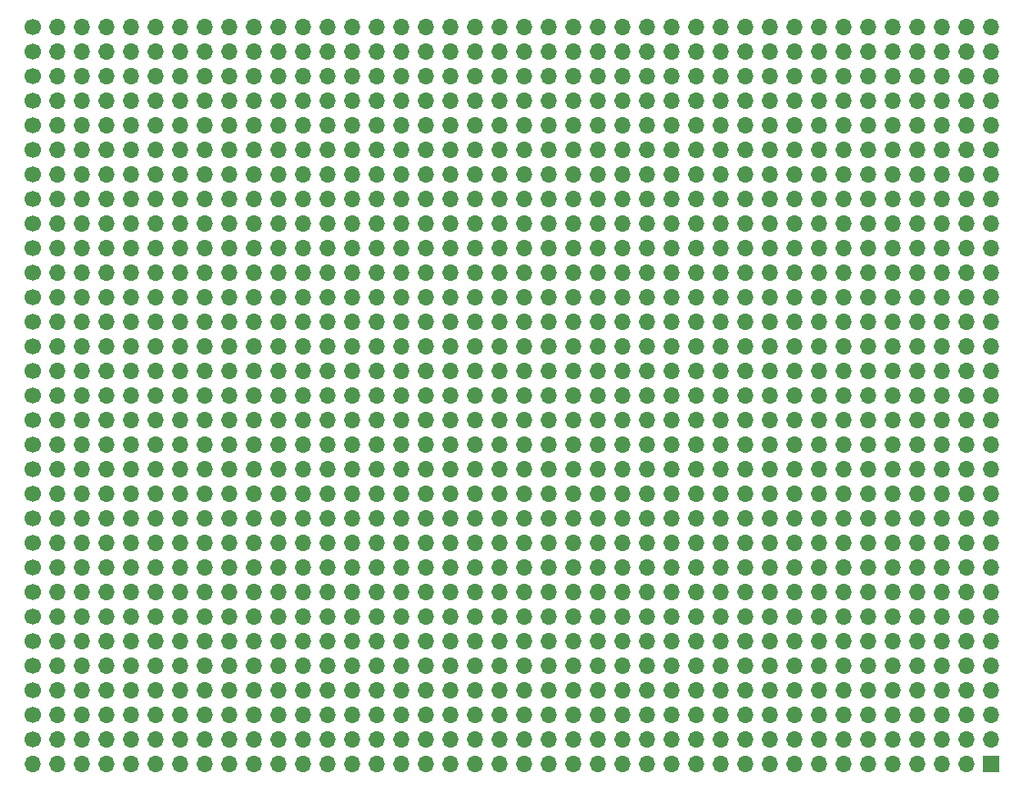
<source format=gbr>
%TF.GenerationSoftware,KiCad,Pcbnew,5.1.9+dfsg1-1*%
%TF.CreationDate,2021-08-13T18:22:45-07:00*%
%TF.ProjectId,Bus2021A_Protoboard,42757332-3032-4314-915f-50726f746f62,rev?*%
%TF.SameCoordinates,Original*%
%TF.FileFunction,Soldermask,Top*%
%TF.FilePolarity,Negative*%
%FSLAX46Y46*%
G04 Gerber Fmt 4.6, Leading zero omitted, Abs format (unit mm)*
G04 Created by KiCad (PCBNEW 5.1.9+dfsg1-1) date 2021-08-13 18:22:45*
%MOMM*%
%LPD*%
G01*
G04 APERTURE LIST*
%ADD10C,1.700000*%
%ADD11O,1.700000X1.700000*%
%ADD12R,1.700000X1.700000*%
G04 APERTURE END LIST*
D10*
%TO.C,REF\u002A\u002A*%
X102870000Y-88900000D03*
D11*
X105410000Y-88900000D03*
X107950000Y-88900000D03*
X110490000Y-88900000D03*
X113030000Y-88900000D03*
X115570000Y-88900000D03*
X118110000Y-88900000D03*
X120650000Y-88900000D03*
X123190000Y-88900000D03*
X125730000Y-88900000D03*
X128270000Y-88900000D03*
X130810000Y-88900000D03*
X133350000Y-88900000D03*
X135890000Y-88900000D03*
X138430000Y-88900000D03*
X140970000Y-88900000D03*
X143510000Y-88900000D03*
X146050000Y-88900000D03*
X148590000Y-88900000D03*
X151130000Y-88900000D03*
X153670000Y-88900000D03*
X156210000Y-88900000D03*
X158750000Y-88900000D03*
X161290000Y-88900000D03*
X163830000Y-88900000D03*
X166370000Y-88900000D03*
X168910000Y-88900000D03*
X171450000Y-88900000D03*
X173990000Y-88900000D03*
X176530000Y-88900000D03*
X179070000Y-88900000D03*
X181610000Y-88900000D03*
X184150000Y-88900000D03*
X186690000Y-88900000D03*
X189230000Y-88900000D03*
X191770000Y-88900000D03*
X194310000Y-88900000D03*
X196850000Y-88900000D03*
X199390000Y-88900000D03*
X201930000Y-88900000D03*
%TD*%
D10*
%TO.C,REF\u002A\u002A*%
X102870000Y-63500000D03*
D11*
X105410000Y-63500000D03*
X107950000Y-63500000D03*
X110490000Y-63500000D03*
X113030000Y-63500000D03*
X115570000Y-63500000D03*
X118110000Y-63500000D03*
X120650000Y-63500000D03*
X123190000Y-63500000D03*
X125730000Y-63500000D03*
X128270000Y-63500000D03*
X130810000Y-63500000D03*
X133350000Y-63500000D03*
X135890000Y-63500000D03*
X138430000Y-63500000D03*
X140970000Y-63500000D03*
X143510000Y-63500000D03*
X146050000Y-63500000D03*
X148590000Y-63500000D03*
X151130000Y-63500000D03*
X153670000Y-63500000D03*
X156210000Y-63500000D03*
X158750000Y-63500000D03*
X161290000Y-63500000D03*
X163830000Y-63500000D03*
X166370000Y-63500000D03*
X168910000Y-63500000D03*
X171450000Y-63500000D03*
X173990000Y-63500000D03*
X176530000Y-63500000D03*
X179070000Y-63500000D03*
X181610000Y-63500000D03*
X184150000Y-63500000D03*
X186690000Y-63500000D03*
X189230000Y-63500000D03*
X191770000Y-63500000D03*
X194310000Y-63500000D03*
X196850000Y-63500000D03*
X199390000Y-63500000D03*
X201930000Y-63500000D03*
%TD*%
D10*
%TO.C,REF\u002A\u002A*%
X102870000Y-76200000D03*
D11*
X105410000Y-76200000D03*
X107950000Y-76200000D03*
X110490000Y-76200000D03*
X113030000Y-76200000D03*
X115570000Y-76200000D03*
X118110000Y-76200000D03*
X120650000Y-76200000D03*
X123190000Y-76200000D03*
X125730000Y-76200000D03*
X128270000Y-76200000D03*
X130810000Y-76200000D03*
X133350000Y-76200000D03*
X135890000Y-76200000D03*
X138430000Y-76200000D03*
X140970000Y-76200000D03*
X143510000Y-76200000D03*
X146050000Y-76200000D03*
X148590000Y-76200000D03*
X151130000Y-76200000D03*
X153670000Y-76200000D03*
X156210000Y-76200000D03*
X158750000Y-76200000D03*
X161290000Y-76200000D03*
X163830000Y-76200000D03*
X166370000Y-76200000D03*
X168910000Y-76200000D03*
X171450000Y-76200000D03*
X173990000Y-76200000D03*
X176530000Y-76200000D03*
X179070000Y-76200000D03*
X181610000Y-76200000D03*
X184150000Y-76200000D03*
X186690000Y-76200000D03*
X189230000Y-76200000D03*
X191770000Y-76200000D03*
X194310000Y-76200000D03*
X196850000Y-76200000D03*
X199390000Y-76200000D03*
X201930000Y-76200000D03*
%TD*%
%TO.C,REF\u002A\u002A*%
X201930000Y-55880000D03*
X199390000Y-55880000D03*
X196850000Y-55880000D03*
X194310000Y-55880000D03*
X191770000Y-55880000D03*
X189230000Y-55880000D03*
X186690000Y-55880000D03*
X184150000Y-55880000D03*
X181610000Y-55880000D03*
X179070000Y-55880000D03*
X176530000Y-55880000D03*
X173990000Y-55880000D03*
X171450000Y-55880000D03*
X168910000Y-55880000D03*
X166370000Y-55880000D03*
X163830000Y-55880000D03*
X161290000Y-55880000D03*
X158750000Y-55880000D03*
X156210000Y-55880000D03*
X153670000Y-55880000D03*
X151130000Y-55880000D03*
X148590000Y-55880000D03*
X146050000Y-55880000D03*
X143510000Y-55880000D03*
X140970000Y-55880000D03*
X138430000Y-55880000D03*
X135890000Y-55880000D03*
X133350000Y-55880000D03*
X130810000Y-55880000D03*
X128270000Y-55880000D03*
X125730000Y-55880000D03*
X123190000Y-55880000D03*
X120650000Y-55880000D03*
X118110000Y-55880000D03*
X115570000Y-55880000D03*
X113030000Y-55880000D03*
X110490000Y-55880000D03*
X107950000Y-55880000D03*
X105410000Y-55880000D03*
D10*
X102870000Y-55880000D03*
%TD*%
%TO.C,REF\u002A\u002A*%
X102870000Y-58420000D03*
D11*
X105410000Y-58420000D03*
X107950000Y-58420000D03*
X110490000Y-58420000D03*
X113030000Y-58420000D03*
X115570000Y-58420000D03*
X118110000Y-58420000D03*
X120650000Y-58420000D03*
X123190000Y-58420000D03*
X125730000Y-58420000D03*
X128270000Y-58420000D03*
X130810000Y-58420000D03*
X133350000Y-58420000D03*
X135890000Y-58420000D03*
X138430000Y-58420000D03*
X140970000Y-58420000D03*
X143510000Y-58420000D03*
X146050000Y-58420000D03*
X148590000Y-58420000D03*
X151130000Y-58420000D03*
X153670000Y-58420000D03*
X156210000Y-58420000D03*
X158750000Y-58420000D03*
X161290000Y-58420000D03*
X163830000Y-58420000D03*
X166370000Y-58420000D03*
X168910000Y-58420000D03*
X171450000Y-58420000D03*
X173990000Y-58420000D03*
X176530000Y-58420000D03*
X179070000Y-58420000D03*
X181610000Y-58420000D03*
X184150000Y-58420000D03*
X186690000Y-58420000D03*
X189230000Y-58420000D03*
X191770000Y-58420000D03*
X194310000Y-58420000D03*
X196850000Y-58420000D03*
X199390000Y-58420000D03*
X201930000Y-58420000D03*
%TD*%
%TO.C,REF\u002A\u002A*%
X201930000Y-86360000D03*
X199390000Y-86360000D03*
X196850000Y-86360000D03*
X194310000Y-86360000D03*
X191770000Y-86360000D03*
X189230000Y-86360000D03*
X186690000Y-86360000D03*
X184150000Y-86360000D03*
X181610000Y-86360000D03*
X179070000Y-86360000D03*
X176530000Y-86360000D03*
X173990000Y-86360000D03*
X171450000Y-86360000D03*
X168910000Y-86360000D03*
X166370000Y-86360000D03*
X163830000Y-86360000D03*
X161290000Y-86360000D03*
X158750000Y-86360000D03*
X156210000Y-86360000D03*
X153670000Y-86360000D03*
X151130000Y-86360000D03*
X148590000Y-86360000D03*
X146050000Y-86360000D03*
X143510000Y-86360000D03*
X140970000Y-86360000D03*
X138430000Y-86360000D03*
X135890000Y-86360000D03*
X133350000Y-86360000D03*
X130810000Y-86360000D03*
X128270000Y-86360000D03*
X125730000Y-86360000D03*
X123190000Y-86360000D03*
X120650000Y-86360000D03*
X118110000Y-86360000D03*
X115570000Y-86360000D03*
X113030000Y-86360000D03*
X110490000Y-86360000D03*
X107950000Y-86360000D03*
X105410000Y-86360000D03*
D10*
X102870000Y-86360000D03*
%TD*%
D11*
%TO.C,REF\u002A\u002A*%
X201930000Y-68580000D03*
X199390000Y-68580000D03*
X196850000Y-68580000D03*
X194310000Y-68580000D03*
X191770000Y-68580000D03*
X189230000Y-68580000D03*
X186690000Y-68580000D03*
X184150000Y-68580000D03*
X181610000Y-68580000D03*
X179070000Y-68580000D03*
X176530000Y-68580000D03*
X173990000Y-68580000D03*
X171450000Y-68580000D03*
X168910000Y-68580000D03*
X166370000Y-68580000D03*
X163830000Y-68580000D03*
X161290000Y-68580000D03*
X158750000Y-68580000D03*
X156210000Y-68580000D03*
X153670000Y-68580000D03*
X151130000Y-68580000D03*
X148590000Y-68580000D03*
X146050000Y-68580000D03*
X143510000Y-68580000D03*
X140970000Y-68580000D03*
X138430000Y-68580000D03*
X135890000Y-68580000D03*
X133350000Y-68580000D03*
X130810000Y-68580000D03*
X128270000Y-68580000D03*
X125730000Y-68580000D03*
X123190000Y-68580000D03*
X120650000Y-68580000D03*
X118110000Y-68580000D03*
X115570000Y-68580000D03*
X113030000Y-68580000D03*
X110490000Y-68580000D03*
X107950000Y-68580000D03*
X105410000Y-68580000D03*
D10*
X102870000Y-68580000D03*
%TD*%
D11*
%TO.C,REF\u002A\u002A*%
X201930000Y-60960000D03*
X199390000Y-60960000D03*
X196850000Y-60960000D03*
X194310000Y-60960000D03*
X191770000Y-60960000D03*
X189230000Y-60960000D03*
X186690000Y-60960000D03*
X184150000Y-60960000D03*
X181610000Y-60960000D03*
X179070000Y-60960000D03*
X176530000Y-60960000D03*
X173990000Y-60960000D03*
X171450000Y-60960000D03*
X168910000Y-60960000D03*
X166370000Y-60960000D03*
X163830000Y-60960000D03*
X161290000Y-60960000D03*
X158750000Y-60960000D03*
X156210000Y-60960000D03*
X153670000Y-60960000D03*
X151130000Y-60960000D03*
X148590000Y-60960000D03*
X146050000Y-60960000D03*
X143510000Y-60960000D03*
X140970000Y-60960000D03*
X138430000Y-60960000D03*
X135890000Y-60960000D03*
X133350000Y-60960000D03*
X130810000Y-60960000D03*
X128270000Y-60960000D03*
X125730000Y-60960000D03*
X123190000Y-60960000D03*
X120650000Y-60960000D03*
X118110000Y-60960000D03*
X115570000Y-60960000D03*
X113030000Y-60960000D03*
X110490000Y-60960000D03*
X107950000Y-60960000D03*
X105410000Y-60960000D03*
D10*
X102870000Y-60960000D03*
%TD*%
%TO.C,REF\u002A\u002A*%
X102870000Y-73660000D03*
D11*
X105410000Y-73660000D03*
X107950000Y-73660000D03*
X110490000Y-73660000D03*
X113030000Y-73660000D03*
X115570000Y-73660000D03*
X118110000Y-73660000D03*
X120650000Y-73660000D03*
X123190000Y-73660000D03*
X125730000Y-73660000D03*
X128270000Y-73660000D03*
X130810000Y-73660000D03*
X133350000Y-73660000D03*
X135890000Y-73660000D03*
X138430000Y-73660000D03*
X140970000Y-73660000D03*
X143510000Y-73660000D03*
X146050000Y-73660000D03*
X148590000Y-73660000D03*
X151130000Y-73660000D03*
X153670000Y-73660000D03*
X156210000Y-73660000D03*
X158750000Y-73660000D03*
X161290000Y-73660000D03*
X163830000Y-73660000D03*
X166370000Y-73660000D03*
X168910000Y-73660000D03*
X171450000Y-73660000D03*
X173990000Y-73660000D03*
X176530000Y-73660000D03*
X179070000Y-73660000D03*
X181610000Y-73660000D03*
X184150000Y-73660000D03*
X186690000Y-73660000D03*
X189230000Y-73660000D03*
X191770000Y-73660000D03*
X194310000Y-73660000D03*
X196850000Y-73660000D03*
X199390000Y-73660000D03*
X201930000Y-73660000D03*
%TD*%
%TO.C,REF\u002A\u002A*%
X201930000Y-83820000D03*
X199390000Y-83820000D03*
X196850000Y-83820000D03*
X194310000Y-83820000D03*
X191770000Y-83820000D03*
X189230000Y-83820000D03*
X186690000Y-83820000D03*
X184150000Y-83820000D03*
X181610000Y-83820000D03*
X179070000Y-83820000D03*
X176530000Y-83820000D03*
X173990000Y-83820000D03*
X171450000Y-83820000D03*
X168910000Y-83820000D03*
X166370000Y-83820000D03*
X163830000Y-83820000D03*
X161290000Y-83820000D03*
X158750000Y-83820000D03*
X156210000Y-83820000D03*
X153670000Y-83820000D03*
X151130000Y-83820000D03*
X148590000Y-83820000D03*
X146050000Y-83820000D03*
X143510000Y-83820000D03*
X140970000Y-83820000D03*
X138430000Y-83820000D03*
X135890000Y-83820000D03*
X133350000Y-83820000D03*
X130810000Y-83820000D03*
X128270000Y-83820000D03*
X125730000Y-83820000D03*
X123190000Y-83820000D03*
X120650000Y-83820000D03*
X118110000Y-83820000D03*
X115570000Y-83820000D03*
X113030000Y-83820000D03*
X110490000Y-83820000D03*
X107950000Y-83820000D03*
X105410000Y-83820000D03*
D10*
X102870000Y-83820000D03*
%TD*%
%TO.C,REF\u002A\u002A*%
X102870000Y-81280000D03*
D11*
X105410000Y-81280000D03*
X107950000Y-81280000D03*
X110490000Y-81280000D03*
X113030000Y-81280000D03*
X115570000Y-81280000D03*
X118110000Y-81280000D03*
X120650000Y-81280000D03*
X123190000Y-81280000D03*
X125730000Y-81280000D03*
X128270000Y-81280000D03*
X130810000Y-81280000D03*
X133350000Y-81280000D03*
X135890000Y-81280000D03*
X138430000Y-81280000D03*
X140970000Y-81280000D03*
X143510000Y-81280000D03*
X146050000Y-81280000D03*
X148590000Y-81280000D03*
X151130000Y-81280000D03*
X153670000Y-81280000D03*
X156210000Y-81280000D03*
X158750000Y-81280000D03*
X161290000Y-81280000D03*
X163830000Y-81280000D03*
X166370000Y-81280000D03*
X168910000Y-81280000D03*
X171450000Y-81280000D03*
X173990000Y-81280000D03*
X176530000Y-81280000D03*
X179070000Y-81280000D03*
X181610000Y-81280000D03*
X184150000Y-81280000D03*
X186690000Y-81280000D03*
X189230000Y-81280000D03*
X191770000Y-81280000D03*
X194310000Y-81280000D03*
X196850000Y-81280000D03*
X199390000Y-81280000D03*
X201930000Y-81280000D03*
%TD*%
%TO.C,REF\u002A\u002A*%
X201930000Y-71120000D03*
X199390000Y-71120000D03*
X196850000Y-71120000D03*
X194310000Y-71120000D03*
X191770000Y-71120000D03*
X189230000Y-71120000D03*
X186690000Y-71120000D03*
X184150000Y-71120000D03*
X181610000Y-71120000D03*
X179070000Y-71120000D03*
X176530000Y-71120000D03*
X173990000Y-71120000D03*
X171450000Y-71120000D03*
X168910000Y-71120000D03*
X166370000Y-71120000D03*
X163830000Y-71120000D03*
X161290000Y-71120000D03*
X158750000Y-71120000D03*
X156210000Y-71120000D03*
X153670000Y-71120000D03*
X151130000Y-71120000D03*
X148590000Y-71120000D03*
X146050000Y-71120000D03*
X143510000Y-71120000D03*
X140970000Y-71120000D03*
X138430000Y-71120000D03*
X135890000Y-71120000D03*
X133350000Y-71120000D03*
X130810000Y-71120000D03*
X128270000Y-71120000D03*
X125730000Y-71120000D03*
X123190000Y-71120000D03*
X120650000Y-71120000D03*
X118110000Y-71120000D03*
X115570000Y-71120000D03*
X113030000Y-71120000D03*
X110490000Y-71120000D03*
X107950000Y-71120000D03*
X105410000Y-71120000D03*
D10*
X102870000Y-71120000D03*
%TD*%
%TO.C,REF\u002A\u002A*%
X102870000Y-66040000D03*
D11*
X105410000Y-66040000D03*
X107950000Y-66040000D03*
X110490000Y-66040000D03*
X113030000Y-66040000D03*
X115570000Y-66040000D03*
X118110000Y-66040000D03*
X120650000Y-66040000D03*
X123190000Y-66040000D03*
X125730000Y-66040000D03*
X128270000Y-66040000D03*
X130810000Y-66040000D03*
X133350000Y-66040000D03*
X135890000Y-66040000D03*
X138430000Y-66040000D03*
X140970000Y-66040000D03*
X143510000Y-66040000D03*
X146050000Y-66040000D03*
X148590000Y-66040000D03*
X151130000Y-66040000D03*
X153670000Y-66040000D03*
X156210000Y-66040000D03*
X158750000Y-66040000D03*
X161290000Y-66040000D03*
X163830000Y-66040000D03*
X166370000Y-66040000D03*
X168910000Y-66040000D03*
X171450000Y-66040000D03*
X173990000Y-66040000D03*
X176530000Y-66040000D03*
X179070000Y-66040000D03*
X181610000Y-66040000D03*
X184150000Y-66040000D03*
X186690000Y-66040000D03*
X189230000Y-66040000D03*
X191770000Y-66040000D03*
X194310000Y-66040000D03*
X196850000Y-66040000D03*
X199390000Y-66040000D03*
X201930000Y-66040000D03*
%TD*%
%TO.C,REF\u002A\u002A*%
X201930000Y-78740000D03*
X199390000Y-78740000D03*
X196850000Y-78740000D03*
X194310000Y-78740000D03*
X191770000Y-78740000D03*
X189230000Y-78740000D03*
X186690000Y-78740000D03*
X184150000Y-78740000D03*
X181610000Y-78740000D03*
X179070000Y-78740000D03*
X176530000Y-78740000D03*
X173990000Y-78740000D03*
X171450000Y-78740000D03*
X168910000Y-78740000D03*
X166370000Y-78740000D03*
X163830000Y-78740000D03*
X161290000Y-78740000D03*
X158750000Y-78740000D03*
X156210000Y-78740000D03*
X153670000Y-78740000D03*
X151130000Y-78740000D03*
X148590000Y-78740000D03*
X146050000Y-78740000D03*
X143510000Y-78740000D03*
X140970000Y-78740000D03*
X138430000Y-78740000D03*
X135890000Y-78740000D03*
X133350000Y-78740000D03*
X130810000Y-78740000D03*
X128270000Y-78740000D03*
X125730000Y-78740000D03*
X123190000Y-78740000D03*
X120650000Y-78740000D03*
X118110000Y-78740000D03*
X115570000Y-78740000D03*
X113030000Y-78740000D03*
X110490000Y-78740000D03*
X107950000Y-78740000D03*
X105410000Y-78740000D03*
D10*
X102870000Y-78740000D03*
%TD*%
%TO.C,REF\u002A\u002A*%
X102870000Y-109220000D03*
D11*
X105410000Y-109220000D03*
X107950000Y-109220000D03*
X110490000Y-109220000D03*
X113030000Y-109220000D03*
X115570000Y-109220000D03*
X118110000Y-109220000D03*
X120650000Y-109220000D03*
X123190000Y-109220000D03*
X125730000Y-109220000D03*
X128270000Y-109220000D03*
X130810000Y-109220000D03*
X133350000Y-109220000D03*
X135890000Y-109220000D03*
X138430000Y-109220000D03*
X140970000Y-109220000D03*
X143510000Y-109220000D03*
X146050000Y-109220000D03*
X148590000Y-109220000D03*
X151130000Y-109220000D03*
X153670000Y-109220000D03*
X156210000Y-109220000D03*
X158750000Y-109220000D03*
X161290000Y-109220000D03*
X163830000Y-109220000D03*
X166370000Y-109220000D03*
X168910000Y-109220000D03*
X171450000Y-109220000D03*
X173990000Y-109220000D03*
X176530000Y-109220000D03*
X179070000Y-109220000D03*
X181610000Y-109220000D03*
X184150000Y-109220000D03*
X186690000Y-109220000D03*
X189230000Y-109220000D03*
X191770000Y-109220000D03*
X194310000Y-109220000D03*
X196850000Y-109220000D03*
X199390000Y-109220000D03*
X201930000Y-109220000D03*
%TD*%
D10*
%TO.C,REF\u002A\u002A*%
X102870000Y-96520000D03*
D11*
X105410000Y-96520000D03*
X107950000Y-96520000D03*
X110490000Y-96520000D03*
X113030000Y-96520000D03*
X115570000Y-96520000D03*
X118110000Y-96520000D03*
X120650000Y-96520000D03*
X123190000Y-96520000D03*
X125730000Y-96520000D03*
X128270000Y-96520000D03*
X130810000Y-96520000D03*
X133350000Y-96520000D03*
X135890000Y-96520000D03*
X138430000Y-96520000D03*
X140970000Y-96520000D03*
X143510000Y-96520000D03*
X146050000Y-96520000D03*
X148590000Y-96520000D03*
X151130000Y-96520000D03*
X153670000Y-96520000D03*
X156210000Y-96520000D03*
X158750000Y-96520000D03*
X161290000Y-96520000D03*
X163830000Y-96520000D03*
X166370000Y-96520000D03*
X168910000Y-96520000D03*
X171450000Y-96520000D03*
X173990000Y-96520000D03*
X176530000Y-96520000D03*
X179070000Y-96520000D03*
X181610000Y-96520000D03*
X184150000Y-96520000D03*
X186690000Y-96520000D03*
X189230000Y-96520000D03*
X191770000Y-96520000D03*
X194310000Y-96520000D03*
X196850000Y-96520000D03*
X199390000Y-96520000D03*
X201930000Y-96520000D03*
%TD*%
%TO.C,REF\u002A\u002A*%
X201930000Y-106680000D03*
X199390000Y-106680000D03*
X196850000Y-106680000D03*
X194310000Y-106680000D03*
X191770000Y-106680000D03*
X189230000Y-106680000D03*
X186690000Y-106680000D03*
X184150000Y-106680000D03*
X181610000Y-106680000D03*
X179070000Y-106680000D03*
X176530000Y-106680000D03*
X173990000Y-106680000D03*
X171450000Y-106680000D03*
X168910000Y-106680000D03*
X166370000Y-106680000D03*
X163830000Y-106680000D03*
X161290000Y-106680000D03*
X158750000Y-106680000D03*
X156210000Y-106680000D03*
X153670000Y-106680000D03*
X151130000Y-106680000D03*
X148590000Y-106680000D03*
X146050000Y-106680000D03*
X143510000Y-106680000D03*
X140970000Y-106680000D03*
X138430000Y-106680000D03*
X135890000Y-106680000D03*
X133350000Y-106680000D03*
X130810000Y-106680000D03*
X128270000Y-106680000D03*
X125730000Y-106680000D03*
X123190000Y-106680000D03*
X120650000Y-106680000D03*
X118110000Y-106680000D03*
X115570000Y-106680000D03*
X113030000Y-106680000D03*
X110490000Y-106680000D03*
X107950000Y-106680000D03*
X105410000Y-106680000D03*
D10*
X102870000Y-106680000D03*
%TD*%
%TO.C,REF\u002A\u002A*%
X102870000Y-93980000D03*
D11*
X105410000Y-93980000D03*
X107950000Y-93980000D03*
X110490000Y-93980000D03*
X113030000Y-93980000D03*
X115570000Y-93980000D03*
X118110000Y-93980000D03*
X120650000Y-93980000D03*
X123190000Y-93980000D03*
X125730000Y-93980000D03*
X128270000Y-93980000D03*
X130810000Y-93980000D03*
X133350000Y-93980000D03*
X135890000Y-93980000D03*
X138430000Y-93980000D03*
X140970000Y-93980000D03*
X143510000Y-93980000D03*
X146050000Y-93980000D03*
X148590000Y-93980000D03*
X151130000Y-93980000D03*
X153670000Y-93980000D03*
X156210000Y-93980000D03*
X158750000Y-93980000D03*
X161290000Y-93980000D03*
X163830000Y-93980000D03*
X166370000Y-93980000D03*
X168910000Y-93980000D03*
X171450000Y-93980000D03*
X173990000Y-93980000D03*
X176530000Y-93980000D03*
X179070000Y-93980000D03*
X181610000Y-93980000D03*
X184150000Y-93980000D03*
X186690000Y-93980000D03*
X189230000Y-93980000D03*
X191770000Y-93980000D03*
X194310000Y-93980000D03*
X196850000Y-93980000D03*
X199390000Y-93980000D03*
X201930000Y-93980000D03*
%TD*%
%TO.C,REF\u002A\u002A*%
X201930000Y-104140000D03*
X199390000Y-104140000D03*
X196850000Y-104140000D03*
X194310000Y-104140000D03*
X191770000Y-104140000D03*
X189230000Y-104140000D03*
X186690000Y-104140000D03*
X184150000Y-104140000D03*
X181610000Y-104140000D03*
X179070000Y-104140000D03*
X176530000Y-104140000D03*
X173990000Y-104140000D03*
X171450000Y-104140000D03*
X168910000Y-104140000D03*
X166370000Y-104140000D03*
X163830000Y-104140000D03*
X161290000Y-104140000D03*
X158750000Y-104140000D03*
X156210000Y-104140000D03*
X153670000Y-104140000D03*
X151130000Y-104140000D03*
X148590000Y-104140000D03*
X146050000Y-104140000D03*
X143510000Y-104140000D03*
X140970000Y-104140000D03*
X138430000Y-104140000D03*
X135890000Y-104140000D03*
X133350000Y-104140000D03*
X130810000Y-104140000D03*
X128270000Y-104140000D03*
X125730000Y-104140000D03*
X123190000Y-104140000D03*
X120650000Y-104140000D03*
X118110000Y-104140000D03*
X115570000Y-104140000D03*
X113030000Y-104140000D03*
X110490000Y-104140000D03*
X107950000Y-104140000D03*
X105410000Y-104140000D03*
D10*
X102870000Y-104140000D03*
%TD*%
%TO.C,REF\u002A\u002A*%
X102870000Y-101600000D03*
D11*
X105410000Y-101600000D03*
X107950000Y-101600000D03*
X110490000Y-101600000D03*
X113030000Y-101600000D03*
X115570000Y-101600000D03*
X118110000Y-101600000D03*
X120650000Y-101600000D03*
X123190000Y-101600000D03*
X125730000Y-101600000D03*
X128270000Y-101600000D03*
X130810000Y-101600000D03*
X133350000Y-101600000D03*
X135890000Y-101600000D03*
X138430000Y-101600000D03*
X140970000Y-101600000D03*
X143510000Y-101600000D03*
X146050000Y-101600000D03*
X148590000Y-101600000D03*
X151130000Y-101600000D03*
X153670000Y-101600000D03*
X156210000Y-101600000D03*
X158750000Y-101600000D03*
X161290000Y-101600000D03*
X163830000Y-101600000D03*
X166370000Y-101600000D03*
X168910000Y-101600000D03*
X171450000Y-101600000D03*
X173990000Y-101600000D03*
X176530000Y-101600000D03*
X179070000Y-101600000D03*
X181610000Y-101600000D03*
X184150000Y-101600000D03*
X186690000Y-101600000D03*
X189230000Y-101600000D03*
X191770000Y-101600000D03*
X194310000Y-101600000D03*
X196850000Y-101600000D03*
X199390000Y-101600000D03*
X201930000Y-101600000D03*
%TD*%
%TO.C,REF\u002A\u002A*%
X201930000Y-91440000D03*
X199390000Y-91440000D03*
X196850000Y-91440000D03*
X194310000Y-91440000D03*
X191770000Y-91440000D03*
X189230000Y-91440000D03*
X186690000Y-91440000D03*
X184150000Y-91440000D03*
X181610000Y-91440000D03*
X179070000Y-91440000D03*
X176530000Y-91440000D03*
X173990000Y-91440000D03*
X171450000Y-91440000D03*
X168910000Y-91440000D03*
X166370000Y-91440000D03*
X163830000Y-91440000D03*
X161290000Y-91440000D03*
X158750000Y-91440000D03*
X156210000Y-91440000D03*
X153670000Y-91440000D03*
X151130000Y-91440000D03*
X148590000Y-91440000D03*
X146050000Y-91440000D03*
X143510000Y-91440000D03*
X140970000Y-91440000D03*
X138430000Y-91440000D03*
X135890000Y-91440000D03*
X133350000Y-91440000D03*
X130810000Y-91440000D03*
X128270000Y-91440000D03*
X125730000Y-91440000D03*
X123190000Y-91440000D03*
X120650000Y-91440000D03*
X118110000Y-91440000D03*
X115570000Y-91440000D03*
X113030000Y-91440000D03*
X110490000Y-91440000D03*
X107950000Y-91440000D03*
X105410000Y-91440000D03*
D10*
X102870000Y-91440000D03*
%TD*%
D11*
%TO.C,REF\u002A\u002A*%
X201930000Y-99060000D03*
X199390000Y-99060000D03*
X196850000Y-99060000D03*
X194310000Y-99060000D03*
X191770000Y-99060000D03*
X189230000Y-99060000D03*
X186690000Y-99060000D03*
X184150000Y-99060000D03*
X181610000Y-99060000D03*
X179070000Y-99060000D03*
X176530000Y-99060000D03*
X173990000Y-99060000D03*
X171450000Y-99060000D03*
X168910000Y-99060000D03*
X166370000Y-99060000D03*
X163830000Y-99060000D03*
X161290000Y-99060000D03*
X158750000Y-99060000D03*
X156210000Y-99060000D03*
X153670000Y-99060000D03*
X151130000Y-99060000D03*
X148590000Y-99060000D03*
X146050000Y-99060000D03*
X143510000Y-99060000D03*
X140970000Y-99060000D03*
X138430000Y-99060000D03*
X135890000Y-99060000D03*
X133350000Y-99060000D03*
X130810000Y-99060000D03*
X128270000Y-99060000D03*
X125730000Y-99060000D03*
X123190000Y-99060000D03*
X120650000Y-99060000D03*
X118110000Y-99060000D03*
X115570000Y-99060000D03*
X113030000Y-99060000D03*
X110490000Y-99060000D03*
X107950000Y-99060000D03*
X105410000Y-99060000D03*
D10*
X102870000Y-99060000D03*
%TD*%
%TO.C,REF\u002A\u002A*%
X102870000Y-119380000D03*
D11*
X105410000Y-119380000D03*
X107950000Y-119380000D03*
X110490000Y-119380000D03*
X113030000Y-119380000D03*
X115570000Y-119380000D03*
X118110000Y-119380000D03*
X120650000Y-119380000D03*
X123190000Y-119380000D03*
X125730000Y-119380000D03*
X128270000Y-119380000D03*
X130810000Y-119380000D03*
X133350000Y-119380000D03*
X135890000Y-119380000D03*
X138430000Y-119380000D03*
X140970000Y-119380000D03*
X143510000Y-119380000D03*
X146050000Y-119380000D03*
X148590000Y-119380000D03*
X151130000Y-119380000D03*
X153670000Y-119380000D03*
X156210000Y-119380000D03*
X158750000Y-119380000D03*
X161290000Y-119380000D03*
X163830000Y-119380000D03*
X166370000Y-119380000D03*
X168910000Y-119380000D03*
X171450000Y-119380000D03*
X173990000Y-119380000D03*
X176530000Y-119380000D03*
X179070000Y-119380000D03*
X181610000Y-119380000D03*
X184150000Y-119380000D03*
X186690000Y-119380000D03*
X189230000Y-119380000D03*
X191770000Y-119380000D03*
X194310000Y-119380000D03*
X196850000Y-119380000D03*
X199390000Y-119380000D03*
X201930000Y-119380000D03*
%TD*%
D10*
%TO.C,REF\u002A\u002A*%
X102870000Y-116840000D03*
D11*
X105410000Y-116840000D03*
X107950000Y-116840000D03*
X110490000Y-116840000D03*
X113030000Y-116840000D03*
X115570000Y-116840000D03*
X118110000Y-116840000D03*
X120650000Y-116840000D03*
X123190000Y-116840000D03*
X125730000Y-116840000D03*
X128270000Y-116840000D03*
X130810000Y-116840000D03*
X133350000Y-116840000D03*
X135890000Y-116840000D03*
X138430000Y-116840000D03*
X140970000Y-116840000D03*
X143510000Y-116840000D03*
X146050000Y-116840000D03*
X148590000Y-116840000D03*
X151130000Y-116840000D03*
X153670000Y-116840000D03*
X156210000Y-116840000D03*
X158750000Y-116840000D03*
X161290000Y-116840000D03*
X163830000Y-116840000D03*
X166370000Y-116840000D03*
X168910000Y-116840000D03*
X171450000Y-116840000D03*
X173990000Y-116840000D03*
X176530000Y-116840000D03*
X179070000Y-116840000D03*
X181610000Y-116840000D03*
X184150000Y-116840000D03*
X186690000Y-116840000D03*
X189230000Y-116840000D03*
X191770000Y-116840000D03*
X194310000Y-116840000D03*
X196850000Y-116840000D03*
X199390000Y-116840000D03*
X201930000Y-116840000D03*
%TD*%
%TO.C,REF\u002A\u002A*%
X201930000Y-114300000D03*
X199390000Y-114300000D03*
X196850000Y-114300000D03*
X194310000Y-114300000D03*
X191770000Y-114300000D03*
X189230000Y-114300000D03*
X186690000Y-114300000D03*
X184150000Y-114300000D03*
X181610000Y-114300000D03*
X179070000Y-114300000D03*
X176530000Y-114300000D03*
X173990000Y-114300000D03*
X171450000Y-114300000D03*
X168910000Y-114300000D03*
X166370000Y-114300000D03*
X163830000Y-114300000D03*
X161290000Y-114300000D03*
X158750000Y-114300000D03*
X156210000Y-114300000D03*
X153670000Y-114300000D03*
X151130000Y-114300000D03*
X148590000Y-114300000D03*
X146050000Y-114300000D03*
X143510000Y-114300000D03*
X140970000Y-114300000D03*
X138430000Y-114300000D03*
X135890000Y-114300000D03*
X133350000Y-114300000D03*
X130810000Y-114300000D03*
X128270000Y-114300000D03*
X125730000Y-114300000D03*
X123190000Y-114300000D03*
X120650000Y-114300000D03*
X118110000Y-114300000D03*
X115570000Y-114300000D03*
X113030000Y-114300000D03*
X110490000Y-114300000D03*
X107950000Y-114300000D03*
X105410000Y-114300000D03*
D10*
X102870000Y-114300000D03*
%TD*%
%TO.C,REF\u002A\u002A*%
X102870000Y-111760000D03*
D11*
X105410000Y-111760000D03*
X107950000Y-111760000D03*
X110490000Y-111760000D03*
X113030000Y-111760000D03*
X115570000Y-111760000D03*
X118110000Y-111760000D03*
X120650000Y-111760000D03*
X123190000Y-111760000D03*
X125730000Y-111760000D03*
X128270000Y-111760000D03*
X130810000Y-111760000D03*
X133350000Y-111760000D03*
X135890000Y-111760000D03*
X138430000Y-111760000D03*
X140970000Y-111760000D03*
X143510000Y-111760000D03*
X146050000Y-111760000D03*
X148590000Y-111760000D03*
X151130000Y-111760000D03*
X153670000Y-111760000D03*
X156210000Y-111760000D03*
X158750000Y-111760000D03*
X161290000Y-111760000D03*
X163830000Y-111760000D03*
X166370000Y-111760000D03*
X168910000Y-111760000D03*
X171450000Y-111760000D03*
X173990000Y-111760000D03*
X176530000Y-111760000D03*
X179070000Y-111760000D03*
X181610000Y-111760000D03*
X184150000Y-111760000D03*
X186690000Y-111760000D03*
X189230000Y-111760000D03*
X191770000Y-111760000D03*
X194310000Y-111760000D03*
X196850000Y-111760000D03*
X199390000Y-111760000D03*
X201930000Y-111760000D03*
%TD*%
D10*
%TO.C,REF\u002A\u002A*%
X102870000Y-124460000D03*
D11*
X105410000Y-124460000D03*
X107950000Y-124460000D03*
X110490000Y-124460000D03*
X113030000Y-124460000D03*
X115570000Y-124460000D03*
X118110000Y-124460000D03*
X120650000Y-124460000D03*
X123190000Y-124460000D03*
X125730000Y-124460000D03*
X128270000Y-124460000D03*
X130810000Y-124460000D03*
X133350000Y-124460000D03*
X135890000Y-124460000D03*
X138430000Y-124460000D03*
X140970000Y-124460000D03*
X143510000Y-124460000D03*
X146050000Y-124460000D03*
X148590000Y-124460000D03*
X151130000Y-124460000D03*
X153670000Y-124460000D03*
X156210000Y-124460000D03*
X158750000Y-124460000D03*
X161290000Y-124460000D03*
X163830000Y-124460000D03*
X166370000Y-124460000D03*
X168910000Y-124460000D03*
X171450000Y-124460000D03*
X173990000Y-124460000D03*
X176530000Y-124460000D03*
X179070000Y-124460000D03*
X181610000Y-124460000D03*
X184150000Y-124460000D03*
X186690000Y-124460000D03*
X189230000Y-124460000D03*
X191770000Y-124460000D03*
X194310000Y-124460000D03*
X196850000Y-124460000D03*
X199390000Y-124460000D03*
X201930000Y-124460000D03*
%TD*%
%TO.C,REF\u002A\u002A*%
X201930000Y-121920000D03*
X199390000Y-121920000D03*
X196850000Y-121920000D03*
X194310000Y-121920000D03*
X191770000Y-121920000D03*
X189230000Y-121920000D03*
X186690000Y-121920000D03*
X184150000Y-121920000D03*
X181610000Y-121920000D03*
X179070000Y-121920000D03*
X176530000Y-121920000D03*
X173990000Y-121920000D03*
X171450000Y-121920000D03*
X168910000Y-121920000D03*
X166370000Y-121920000D03*
X163830000Y-121920000D03*
X161290000Y-121920000D03*
X158750000Y-121920000D03*
X156210000Y-121920000D03*
X153670000Y-121920000D03*
X151130000Y-121920000D03*
X148590000Y-121920000D03*
X146050000Y-121920000D03*
X143510000Y-121920000D03*
X140970000Y-121920000D03*
X138430000Y-121920000D03*
X135890000Y-121920000D03*
X133350000Y-121920000D03*
X130810000Y-121920000D03*
X128270000Y-121920000D03*
X125730000Y-121920000D03*
X123190000Y-121920000D03*
X120650000Y-121920000D03*
X118110000Y-121920000D03*
X115570000Y-121920000D03*
X113030000Y-121920000D03*
X110490000Y-121920000D03*
X107950000Y-121920000D03*
X105410000Y-121920000D03*
D10*
X102870000Y-121920000D03*
%TD*%
%TO.C,REF\u002A\u002A*%
X102870000Y-127000000D03*
D11*
X105410000Y-127000000D03*
X107950000Y-127000000D03*
X110490000Y-127000000D03*
X113030000Y-127000000D03*
X115570000Y-127000000D03*
X118110000Y-127000000D03*
X120650000Y-127000000D03*
X123190000Y-127000000D03*
X125730000Y-127000000D03*
X128270000Y-127000000D03*
X130810000Y-127000000D03*
X133350000Y-127000000D03*
X135890000Y-127000000D03*
X138430000Y-127000000D03*
X140970000Y-127000000D03*
X143510000Y-127000000D03*
X146050000Y-127000000D03*
X148590000Y-127000000D03*
X151130000Y-127000000D03*
X153670000Y-127000000D03*
X156210000Y-127000000D03*
X158750000Y-127000000D03*
X161290000Y-127000000D03*
X163830000Y-127000000D03*
X166370000Y-127000000D03*
X168910000Y-127000000D03*
X171450000Y-127000000D03*
X173990000Y-127000000D03*
X176530000Y-127000000D03*
X179070000Y-127000000D03*
X181610000Y-127000000D03*
X184150000Y-127000000D03*
X186690000Y-127000000D03*
X189230000Y-127000000D03*
X191770000Y-127000000D03*
X194310000Y-127000000D03*
X196850000Y-127000000D03*
X199390000Y-127000000D03*
X201930000Y-127000000D03*
%TD*%
%TO.C,REF\u002A\u002A*%
X201930000Y-129540000D03*
X199390000Y-129540000D03*
X196850000Y-129540000D03*
X194310000Y-129540000D03*
X191770000Y-129540000D03*
X189230000Y-129540000D03*
X186690000Y-129540000D03*
X184150000Y-129540000D03*
X181610000Y-129540000D03*
X179070000Y-129540000D03*
X176530000Y-129540000D03*
X173990000Y-129540000D03*
X171450000Y-129540000D03*
X168910000Y-129540000D03*
X166370000Y-129540000D03*
X163830000Y-129540000D03*
X161290000Y-129540000D03*
X158750000Y-129540000D03*
X156210000Y-129540000D03*
X153670000Y-129540000D03*
X151130000Y-129540000D03*
X148590000Y-129540000D03*
X146050000Y-129540000D03*
X143510000Y-129540000D03*
X140970000Y-129540000D03*
X138430000Y-129540000D03*
X135890000Y-129540000D03*
X133350000Y-129540000D03*
X130810000Y-129540000D03*
X128270000Y-129540000D03*
X125730000Y-129540000D03*
X123190000Y-129540000D03*
X120650000Y-129540000D03*
X118110000Y-129540000D03*
X115570000Y-129540000D03*
X113030000Y-129540000D03*
X110490000Y-129540000D03*
X107950000Y-129540000D03*
X105410000Y-129540000D03*
D10*
X102870000Y-129540000D03*
%TD*%
D11*
%TO.C,BUS*%
X102870000Y-132080000D03*
X105410000Y-132080000D03*
X107950000Y-132080000D03*
X110490000Y-132080000D03*
X113030000Y-132080000D03*
X115570000Y-132080000D03*
X118110000Y-132080000D03*
X120650000Y-132080000D03*
X123190000Y-132080000D03*
X125730000Y-132080000D03*
X128270000Y-132080000D03*
X130810000Y-132080000D03*
X133350000Y-132080000D03*
X135890000Y-132080000D03*
X138430000Y-132080000D03*
X140970000Y-132080000D03*
X143510000Y-132080000D03*
X146050000Y-132080000D03*
X148590000Y-132080000D03*
X151130000Y-132080000D03*
X153670000Y-132080000D03*
X156210000Y-132080000D03*
X158750000Y-132080000D03*
X161290000Y-132080000D03*
X163830000Y-132080000D03*
X166370000Y-132080000D03*
X168910000Y-132080000D03*
X171450000Y-132080000D03*
X173990000Y-132080000D03*
X176530000Y-132080000D03*
X179070000Y-132080000D03*
X181610000Y-132080000D03*
X184150000Y-132080000D03*
X186690000Y-132080000D03*
X189230000Y-132080000D03*
X191770000Y-132080000D03*
X194310000Y-132080000D03*
X196850000Y-132080000D03*
X199390000Y-132080000D03*
D12*
X201930000Y-132080000D03*
%TD*%
M02*

</source>
